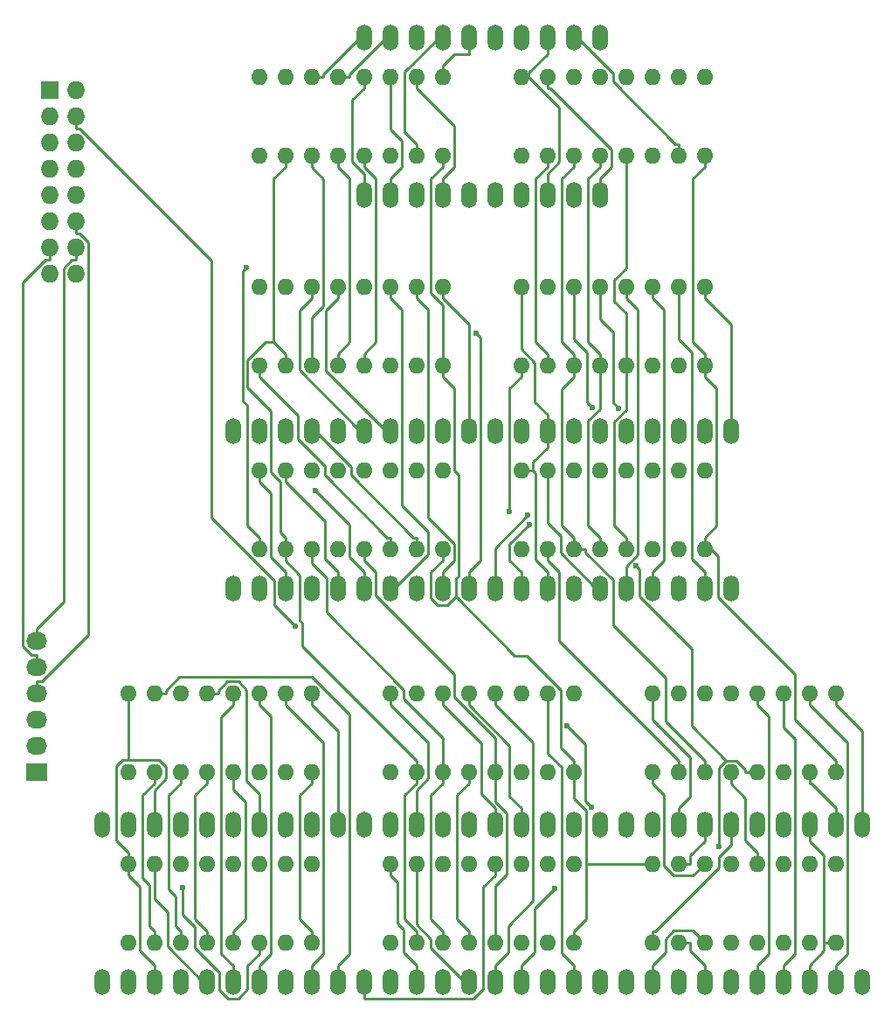
<source format=gbr>
G04 #@! TF.FileFunction,Copper,L2,Bot,Signal*
%FSLAX46Y46*%
G04 Gerber Fmt 4.6, Leading zero omitted, Abs format (unit mm)*
G04 Created by KiCad (PCBNEW 4.0.4-stable) date Mon May  7 18:28:06 2018*
%MOMM*%
%LPD*%
G01*
G04 APERTURE LIST*
%ADD10C,0.100000*%
%ADD11O,1.524000X2.524000*%
%ADD12R,2.032000X1.727200*%
%ADD13O,2.032000X1.727200*%
%ADD14O,1.600000X1.600000*%
%ADD15R,1.727200X1.727200*%
%ADD16O,1.727200X1.727200*%
%ADD17C,0.600000*%
%ADD18C,0.250000*%
G04 APERTURE END LIST*
D10*
D11*
X83820000Y-35560000D03*
X86360000Y-35560000D03*
X88900000Y-35560000D03*
X91440000Y-35560000D03*
X93980000Y-35560000D03*
X93980000Y-20320000D03*
X91440000Y-20320000D03*
X88900000Y-20320000D03*
X86360000Y-20320000D03*
X83820000Y-20320000D03*
X96520000Y-35560000D03*
X99060000Y-35560000D03*
X101600000Y-35560000D03*
X104140000Y-35560000D03*
X106680000Y-35560000D03*
X106680000Y-20320000D03*
X104140000Y-20320000D03*
X101600000Y-20320000D03*
X99060000Y-20320000D03*
X96520000Y-20320000D03*
X71120000Y-73660000D03*
X73660000Y-73660000D03*
X76200000Y-73660000D03*
X78740000Y-73660000D03*
X81280000Y-73660000D03*
X81280000Y-58420000D03*
X78740000Y-58420000D03*
X76200000Y-58420000D03*
X73660000Y-58420000D03*
X71120000Y-58420000D03*
X83820000Y-73660000D03*
X86360000Y-73660000D03*
X88900000Y-73660000D03*
X91440000Y-73660000D03*
X93980000Y-73660000D03*
X93980000Y-58420000D03*
X91440000Y-58420000D03*
X88900000Y-58420000D03*
X86360000Y-58420000D03*
X83820000Y-58420000D03*
X96520000Y-73660000D03*
X99060000Y-73660000D03*
X101600000Y-73660000D03*
X104140000Y-73660000D03*
X106680000Y-73660000D03*
X106680000Y-58420000D03*
X104140000Y-58420000D03*
X101600000Y-58420000D03*
X99060000Y-58420000D03*
X96520000Y-58420000D03*
X109220000Y-73660000D03*
X111760000Y-73660000D03*
X114300000Y-73660000D03*
X116840000Y-73660000D03*
X119380000Y-73660000D03*
X119380000Y-58420000D03*
X116840000Y-58420000D03*
X114300000Y-58420000D03*
X111760000Y-58420000D03*
X109220000Y-58420000D03*
X58420000Y-111760000D03*
X60960000Y-111760000D03*
X63500000Y-111760000D03*
X66040000Y-111760000D03*
X68580000Y-111760000D03*
X68580000Y-96520000D03*
X66040000Y-96520000D03*
X63500000Y-96520000D03*
X60960000Y-96520000D03*
X58420000Y-96520000D03*
X71120000Y-111760000D03*
X73660000Y-111760000D03*
X76200000Y-111760000D03*
X78740000Y-111760000D03*
X81280000Y-111760000D03*
X81280000Y-96520000D03*
X78740000Y-96520000D03*
X76200000Y-96520000D03*
X73660000Y-96520000D03*
X71120000Y-96520000D03*
X83820000Y-111760000D03*
X86360000Y-111760000D03*
X88900000Y-111760000D03*
X91440000Y-111760000D03*
X93980000Y-111760000D03*
X93980000Y-96520000D03*
X91440000Y-96520000D03*
X88900000Y-96520000D03*
X86360000Y-96520000D03*
X83820000Y-96520000D03*
X96520000Y-111760000D03*
X99060000Y-111760000D03*
X101600000Y-111760000D03*
X104140000Y-111760000D03*
X106680000Y-111760000D03*
X106680000Y-96520000D03*
X104140000Y-96520000D03*
X101600000Y-96520000D03*
X99060000Y-96520000D03*
X96520000Y-96520000D03*
X109220000Y-111760000D03*
X111760000Y-111760000D03*
X114300000Y-111760000D03*
X116840000Y-111760000D03*
X119380000Y-111760000D03*
X119380000Y-96520000D03*
X116840000Y-96520000D03*
X114300000Y-96520000D03*
X111760000Y-96520000D03*
X109220000Y-96520000D03*
X121920000Y-111760000D03*
X124460000Y-111760000D03*
X127000000Y-111760000D03*
X129540000Y-111760000D03*
X132080000Y-111760000D03*
X132080000Y-96520000D03*
X129540000Y-96520000D03*
X127000000Y-96520000D03*
X124460000Y-96520000D03*
X121920000Y-96520000D03*
D12*
X52070000Y-91440000D03*
D13*
X52070000Y-88900000D03*
X52070000Y-86360000D03*
X52070000Y-83820000D03*
X52070000Y-81280000D03*
X52070000Y-78740000D03*
D14*
X129540000Y-83820000D03*
X127000000Y-83820000D03*
X124460000Y-83820000D03*
X121920000Y-83820000D03*
X119380000Y-83820000D03*
X116840000Y-83820000D03*
X114300000Y-83820000D03*
X111760000Y-83820000D03*
X111760000Y-91440000D03*
X114300000Y-91440000D03*
X116840000Y-91440000D03*
X119380000Y-91440000D03*
X121920000Y-91440000D03*
X124460000Y-91440000D03*
X127000000Y-91440000D03*
X129540000Y-91440000D03*
X111760000Y-107950000D03*
X114300000Y-107950000D03*
X116840000Y-107950000D03*
X119380000Y-107950000D03*
X121920000Y-107950000D03*
X124460000Y-107950000D03*
X127000000Y-107950000D03*
X129540000Y-107950000D03*
X129540000Y-100330000D03*
X127000000Y-100330000D03*
X124460000Y-100330000D03*
X121920000Y-100330000D03*
X119380000Y-100330000D03*
X116840000Y-100330000D03*
X114300000Y-100330000D03*
X111760000Y-100330000D03*
X104140000Y-83820000D03*
X101600000Y-83820000D03*
X99060000Y-83820000D03*
X96520000Y-83820000D03*
X93980000Y-83820000D03*
X91440000Y-83820000D03*
X88900000Y-83820000D03*
X86360000Y-83820000D03*
X86360000Y-91440000D03*
X88900000Y-91440000D03*
X91440000Y-91440000D03*
X93980000Y-91440000D03*
X96520000Y-91440000D03*
X99060000Y-91440000D03*
X101600000Y-91440000D03*
X104140000Y-91440000D03*
X104140000Y-100330000D03*
X101600000Y-100330000D03*
X99060000Y-100330000D03*
X96520000Y-100330000D03*
X93980000Y-100330000D03*
X91440000Y-100330000D03*
X88900000Y-100330000D03*
X86360000Y-100330000D03*
X86360000Y-107950000D03*
X88900000Y-107950000D03*
X91440000Y-107950000D03*
X93980000Y-107950000D03*
X96520000Y-107950000D03*
X99060000Y-107950000D03*
X101600000Y-107950000D03*
X104140000Y-107950000D03*
X78740000Y-83820000D03*
X76200000Y-83820000D03*
X73660000Y-83820000D03*
X71120000Y-83820000D03*
X68580000Y-83820000D03*
X66040000Y-83820000D03*
X63500000Y-83820000D03*
X60960000Y-83820000D03*
X60960000Y-91440000D03*
X63500000Y-91440000D03*
X66040000Y-91440000D03*
X68580000Y-91440000D03*
X71120000Y-91440000D03*
X73660000Y-91440000D03*
X76200000Y-91440000D03*
X78740000Y-91440000D03*
X78740000Y-100330000D03*
X76200000Y-100330000D03*
X73660000Y-100330000D03*
X71120000Y-100330000D03*
X68580000Y-100330000D03*
X66040000Y-100330000D03*
X63500000Y-100330000D03*
X60960000Y-100330000D03*
X60960000Y-107950000D03*
X63500000Y-107950000D03*
X66040000Y-107950000D03*
X68580000Y-107950000D03*
X71120000Y-107950000D03*
X73660000Y-107950000D03*
X76200000Y-107950000D03*
X78740000Y-107950000D03*
X116840000Y-44450000D03*
X114300000Y-44450000D03*
X111760000Y-44450000D03*
X109220000Y-44450000D03*
X106680000Y-44450000D03*
X104140000Y-44450000D03*
X101600000Y-44450000D03*
X99060000Y-44450000D03*
X99060000Y-52070000D03*
X101600000Y-52070000D03*
X104140000Y-52070000D03*
X106680000Y-52070000D03*
X109220000Y-52070000D03*
X111760000Y-52070000D03*
X114300000Y-52070000D03*
X116840000Y-52070000D03*
X116840000Y-62230000D03*
X114300000Y-62230000D03*
X111760000Y-62230000D03*
X109220000Y-62230000D03*
X106680000Y-62230000D03*
X104140000Y-62230000D03*
X101600000Y-62230000D03*
X99060000Y-62230000D03*
X99060000Y-69850000D03*
X101600000Y-69850000D03*
X104140000Y-69850000D03*
X106680000Y-69850000D03*
X109220000Y-69850000D03*
X111760000Y-69850000D03*
X114300000Y-69850000D03*
X116840000Y-69850000D03*
X91440000Y-44450000D03*
X88900000Y-44450000D03*
X86360000Y-44450000D03*
X83820000Y-44450000D03*
X81280000Y-44450000D03*
X78740000Y-44450000D03*
X76200000Y-44450000D03*
X73660000Y-44450000D03*
X73660000Y-52070000D03*
X76200000Y-52070000D03*
X78740000Y-52070000D03*
X81280000Y-52070000D03*
X83820000Y-52070000D03*
X86360000Y-52070000D03*
X88900000Y-52070000D03*
X91440000Y-52070000D03*
X91440000Y-62230000D03*
X88900000Y-62230000D03*
X86360000Y-62230000D03*
X83820000Y-62230000D03*
X81280000Y-62230000D03*
X78740000Y-62230000D03*
X76200000Y-62230000D03*
X73660000Y-62230000D03*
X73660000Y-69850000D03*
X76200000Y-69850000D03*
X78740000Y-69850000D03*
X81280000Y-69850000D03*
X83820000Y-69850000D03*
X86360000Y-69850000D03*
X88900000Y-69850000D03*
X91440000Y-69850000D03*
X116840000Y-24130000D03*
X114300000Y-24130000D03*
X111760000Y-24130000D03*
X109220000Y-24130000D03*
X106680000Y-24130000D03*
X104140000Y-24130000D03*
X101600000Y-24130000D03*
X99060000Y-24130000D03*
X99060000Y-31750000D03*
X101600000Y-31750000D03*
X104140000Y-31750000D03*
X106680000Y-31750000D03*
X109220000Y-31750000D03*
X111760000Y-31750000D03*
X114300000Y-31750000D03*
X116840000Y-31750000D03*
X91440000Y-24130000D03*
X88900000Y-24130000D03*
X86360000Y-24130000D03*
X83820000Y-24130000D03*
X81280000Y-24130000D03*
X78740000Y-24130000D03*
X76200000Y-24130000D03*
X73660000Y-24130000D03*
X73660000Y-31750000D03*
X76200000Y-31750000D03*
X78740000Y-31750000D03*
X81280000Y-31750000D03*
X83820000Y-31750000D03*
X86360000Y-31750000D03*
X88900000Y-31750000D03*
X91440000Y-31750000D03*
D15*
X53340000Y-25400000D03*
D16*
X55880000Y-25400000D03*
X53340000Y-27940000D03*
X55880000Y-27940000D03*
X53340000Y-30480000D03*
X55880000Y-30480000D03*
X53340000Y-33020000D03*
X55880000Y-33020000D03*
X53340000Y-35560000D03*
X55880000Y-35560000D03*
X53340000Y-38100000D03*
X55880000Y-38100000D03*
X53340000Y-40640000D03*
X55880000Y-40640000D03*
X53340000Y-43180000D03*
X55880000Y-43180000D03*
D17*
X103526000Y-86997600D03*
X105838600Y-94829900D03*
X102323400Y-102700300D03*
X77191100Y-77354900D03*
X118214400Y-98624800D03*
X110162200Y-71481400D03*
X66265100Y-102659100D03*
X97934700Y-66182900D03*
X72400800Y-42584200D03*
X79107300Y-64168100D03*
X94678300Y-48974000D03*
X99709900Y-66581200D03*
X99810700Y-67494900D03*
X108521000Y-56193300D03*
X105962200Y-56155100D03*
D18*
X83820000Y-33512200D02*
X83820000Y-35560000D01*
X82686800Y-32379000D02*
X83820000Y-33512200D01*
X82686800Y-26388500D02*
X82686800Y-32379000D01*
X83820000Y-25255300D02*
X82686800Y-26388500D01*
X83820000Y-24130000D02*
X83820000Y-25255300D01*
X87490400Y-32842300D02*
X86360000Y-33972700D01*
X87490400Y-30345100D02*
X87490400Y-32842300D01*
X86360000Y-29214700D02*
X87490400Y-30345100D01*
X86360000Y-24130000D02*
X86360000Y-29214700D01*
X86360000Y-35560000D02*
X86360000Y-33972700D01*
X60960000Y-100330000D02*
X60960000Y-99204700D01*
X128414700Y-108758000D02*
X127000000Y-110172700D01*
X128414700Y-107950000D02*
X128414700Y-108758000D01*
X127000000Y-111760000D02*
X127000000Y-110172700D01*
X129540000Y-107950000D02*
X128414700Y-107950000D01*
X128414700Y-99522000D02*
X128414700Y-107950000D01*
X127000000Y-98107300D02*
X128414700Y-99522000D01*
X127000000Y-96520000D02*
X127000000Y-98107300D01*
X62085300Y-102580600D02*
X60960000Y-101455300D01*
X62085300Y-108758000D02*
X62085300Y-102580600D01*
X63500000Y-110172700D02*
X62085300Y-108758000D01*
X63500000Y-111760000D02*
X63500000Y-110172700D01*
X60960000Y-100330000D02*
X60960000Y-101455300D01*
X100185300Y-61422000D02*
X100185300Y-62230000D01*
X101600000Y-60007300D02*
X100185300Y-61422000D01*
X101600000Y-58420000D02*
X101600000Y-60007300D01*
X99060000Y-62230000D02*
X100185300Y-62230000D01*
X101600000Y-73660000D02*
X101600000Y-72072700D01*
X99060000Y-24130000D02*
X99608200Y-24130000D01*
X60960000Y-83820000D02*
X60960000Y-84832700D01*
X63500000Y-93202200D02*
X63500000Y-96520000D01*
X64633200Y-92069000D02*
X63500000Y-93202200D01*
X64633200Y-90979300D02*
X64633200Y-92069000D01*
X63929600Y-90275700D02*
X64633200Y-90979300D01*
X60960000Y-90275700D02*
X63929600Y-90275700D01*
X60397300Y-90275700D02*
X60960000Y-90275700D01*
X59834700Y-90838300D02*
X60397300Y-90275700D01*
X59834700Y-98079400D02*
X59834700Y-90838300D01*
X60960000Y-99204700D02*
X59834700Y-98079400D01*
X60960000Y-90275700D02*
X60960000Y-84832700D01*
X87630000Y-108902700D02*
X88900000Y-110172700D01*
X87630000Y-106684700D02*
X87630000Y-108902700D01*
X87026000Y-106080700D02*
X87630000Y-106684700D01*
X87026000Y-102121300D02*
X87026000Y-106080700D01*
X86360000Y-101455300D02*
X87026000Y-102121300D01*
X86360000Y-100330000D02*
X86360000Y-101455300D01*
X88900000Y-111760000D02*
X88900000Y-110172700D01*
X101600000Y-20320000D02*
X101600000Y-21907300D01*
X99608200Y-24130000D02*
X99787900Y-24130000D01*
X102733200Y-27075300D02*
X99787900Y-24130000D01*
X102733200Y-32379000D02*
X102733200Y-27075300D01*
X101600000Y-33512200D02*
X102733200Y-32379000D01*
X101600000Y-35560000D02*
X101600000Y-33512200D01*
X99787900Y-23719400D02*
X101600000Y-21907300D01*
X99787900Y-24130000D02*
X99787900Y-23719400D01*
X100381400Y-55614100D02*
X101600000Y-56832700D01*
X100381400Y-51799900D02*
X100381400Y-55614100D01*
X99060000Y-50478500D02*
X100381400Y-51799900D01*
X99060000Y-44450000D02*
X99060000Y-50478500D01*
X101600000Y-58420000D02*
X101600000Y-56832700D01*
X88900000Y-93202200D02*
X88900000Y-96520000D01*
X90033200Y-92069000D02*
X88900000Y-93202200D01*
X90033200Y-88618500D02*
X90033200Y-92069000D01*
X86360000Y-84945300D02*
X90033200Y-88618500D01*
X86360000Y-83820000D02*
X86360000Y-84945300D01*
X100436000Y-70908700D02*
X101600000Y-72072700D01*
X100436000Y-62480700D02*
X100436000Y-70908700D01*
X100185300Y-62230000D02*
X100436000Y-62480700D01*
X115430400Y-93802300D02*
X114300000Y-94932700D01*
X115430400Y-90035100D02*
X115430400Y-93802300D01*
X111760000Y-86364700D02*
X115430400Y-90035100D01*
X111760000Y-83820000D02*
X111760000Y-86364700D01*
X114300000Y-96520000D02*
X114300000Y-94932700D01*
X74785300Y-64480600D02*
X73660000Y-63355300D01*
X74785300Y-70658000D02*
X74785300Y-64480600D01*
X76200000Y-72072700D02*
X74785300Y-70658000D01*
X76200000Y-73660000D02*
X76200000Y-72072700D01*
X73660000Y-62230000D02*
X73660000Y-63355300D01*
X92565300Y-32847400D02*
X91440000Y-33972700D01*
X92565300Y-28920600D02*
X92565300Y-32847400D01*
X88900000Y-25255300D02*
X92565300Y-28920600D01*
X88900000Y-24130000D02*
X88900000Y-25255300D01*
X91440000Y-35560000D02*
X91440000Y-33972700D01*
X92537400Y-21907300D02*
X93980000Y-21907300D01*
X91440000Y-23004700D02*
X92537400Y-21907300D01*
X91440000Y-24130000D02*
X91440000Y-23004700D01*
X93980000Y-20320000D02*
X93980000Y-21907300D01*
X91085000Y-20320000D02*
X91440000Y-20320000D01*
X87769100Y-23635900D02*
X91085000Y-20320000D01*
X87769100Y-29493800D02*
X87769100Y-23635900D01*
X88900000Y-30624700D02*
X87769100Y-29493800D01*
X88900000Y-31750000D02*
X88900000Y-30624700D01*
X85933900Y-20320000D02*
X86360000Y-20320000D01*
X82405300Y-23848600D02*
X85933900Y-20320000D01*
X82405300Y-24130000D02*
X82405300Y-23848600D01*
X81280000Y-24130000D02*
X82405300Y-24130000D01*
X83394000Y-20320000D02*
X83820000Y-20320000D01*
X79865300Y-23848700D02*
X83394000Y-20320000D01*
X79865300Y-24130000D02*
X79865300Y-23848700D01*
X78740000Y-24130000D02*
X79865300Y-24130000D01*
X94460400Y-113347300D02*
X83820000Y-113347300D01*
X95394700Y-112413000D02*
X94460400Y-113347300D01*
X95394700Y-102580600D02*
X95394700Y-112413000D01*
X96520000Y-101455300D02*
X95394700Y-102580600D01*
X96520000Y-100330000D02*
X96520000Y-101455300D01*
X83820000Y-111760000D02*
X83820000Y-113347300D01*
X88900000Y-106187800D02*
X88900000Y-100330000D01*
X90314600Y-107602400D02*
X88900000Y-106187800D01*
X90314600Y-108475000D02*
X90314600Y-107602400D01*
X93599600Y-111760000D02*
X90314600Y-108475000D01*
X93980000Y-111760000D02*
X93599600Y-111760000D01*
X96520000Y-83820000D02*
X96520000Y-84945300D01*
X96520000Y-111760000D02*
X96520000Y-110172700D01*
X97790000Y-108902700D02*
X96520000Y-110172700D01*
X97790000Y-106338800D02*
X97790000Y-108902700D01*
X100191900Y-103936900D02*
X97790000Y-106338800D01*
X100191900Y-88617200D02*
X100191900Y-103936900D01*
X96520000Y-84945300D02*
X100191900Y-88617200D01*
X105265400Y-94256700D02*
X105838600Y-94829900D01*
X105265400Y-88737000D02*
X105265400Y-94256700D01*
X103526000Y-86997600D02*
X105265400Y-88737000D01*
X99060000Y-111760000D02*
X99060000Y-110172700D01*
X100330000Y-104693700D02*
X102323400Y-102700300D01*
X100330000Y-108902700D02*
X100330000Y-104693700D01*
X99060000Y-110172700D02*
X100330000Y-108902700D01*
X104140000Y-111760000D02*
X104140000Y-110172700D01*
X101600000Y-89639800D02*
X101600000Y-83820000D01*
X102948700Y-90988500D02*
X101600000Y-89639800D01*
X102948700Y-108981400D02*
X102948700Y-90988500D01*
X104140000Y-110172700D02*
X102948700Y-108981400D01*
X97918500Y-93791200D02*
X99060000Y-94932700D01*
X97918500Y-88883800D02*
X97918500Y-93791200D01*
X93980000Y-84945300D02*
X97918500Y-88883800D01*
X93980000Y-83820000D02*
X93980000Y-84945300D01*
X99060000Y-96520000D02*
X99060000Y-94932700D01*
X91440000Y-83820000D02*
X91440000Y-84945300D01*
X96520000Y-96520000D02*
X96520000Y-94932700D01*
X95158600Y-93571300D02*
X96520000Y-94932700D01*
X95158600Y-88663900D02*
X95158600Y-93571300D01*
X91440000Y-84945300D02*
X95158600Y-88663900D01*
X107808700Y-32844000D02*
X106680000Y-33972700D01*
X107808700Y-31182700D02*
X107808700Y-32844000D01*
X101881300Y-25255300D02*
X107808700Y-31182700D01*
X101600000Y-25255300D02*
X101881300Y-25255300D01*
X101600000Y-24130000D02*
X101600000Y-25255300D01*
X106680000Y-35560000D02*
X106680000Y-33972700D01*
X104495000Y-20320000D02*
X104140000Y-20320000D01*
X107950000Y-23775000D02*
X104495000Y-20320000D01*
X107950000Y-24556000D02*
X107950000Y-23775000D01*
X114018700Y-30624700D02*
X107950000Y-24556000D01*
X114300000Y-30624700D02*
X114018700Y-30624700D01*
X114300000Y-31750000D02*
X114300000Y-30624700D01*
X113030000Y-108902700D02*
X111760000Y-110172700D01*
X113030000Y-107615700D02*
X113030000Y-108902700D01*
X113838800Y-106806900D02*
X113030000Y-107615700D01*
X115696900Y-106806900D02*
X113838800Y-106806900D01*
X116840000Y-107950000D02*
X115696900Y-106806900D01*
X111760000Y-111760000D02*
X111760000Y-110172700D01*
X115425300Y-108758000D02*
X116840000Y-110172700D01*
X115425300Y-107950000D02*
X115425300Y-108758000D01*
X114300000Y-107950000D02*
X115425300Y-107950000D01*
X116840000Y-111760000D02*
X116840000Y-110172700D01*
X119380000Y-96520000D02*
X119380000Y-98107300D01*
X111760000Y-107950000D02*
X111760000Y-106824700D01*
X119380000Y-98513900D02*
X119380000Y-98107300D01*
X118200600Y-99693300D02*
X119380000Y-98513900D01*
X118200600Y-100665400D02*
X118200600Y-99693300D01*
X112041300Y-106824700D02*
X118200600Y-100665400D01*
X111760000Y-106824700D02*
X112041300Y-106824700D01*
X115425300Y-99522000D02*
X116840000Y-98107300D01*
X115425300Y-100330000D02*
X115425300Y-99522000D01*
X116840000Y-96520000D02*
X116840000Y-98107300D01*
X114300000Y-100330000D02*
X115425300Y-100330000D01*
X123045300Y-86070600D02*
X121920000Y-84945300D01*
X123045300Y-109047400D02*
X123045300Y-86070600D01*
X121920000Y-110172700D02*
X123045300Y-109047400D01*
X121920000Y-111760000D02*
X121920000Y-110172700D01*
X121920000Y-83820000D02*
X121920000Y-84945300D01*
X125590400Y-109042300D02*
X124460000Y-110172700D01*
X125590400Y-88251700D02*
X125590400Y-109042300D01*
X124460000Y-87121300D02*
X125590400Y-88251700D01*
X124460000Y-83820000D02*
X124460000Y-87121300D01*
X124460000Y-111760000D02*
X124460000Y-110172700D01*
X127000000Y-83820000D02*
X127000000Y-84945300D01*
X129540000Y-111760000D02*
X129540000Y-110172700D01*
X130665300Y-109047400D02*
X129540000Y-110172700D01*
X130665300Y-88610600D02*
X130665300Y-109047400D01*
X127000000Y-84945300D02*
X130665300Y-88610600D01*
X132080000Y-87485300D02*
X132080000Y-96520000D01*
X129540000Y-84945300D02*
X132080000Y-87485300D01*
X129540000Y-83820000D02*
X129540000Y-84945300D01*
X127172600Y-92565300D02*
X129540000Y-94932700D01*
X127000000Y-92565300D02*
X127172600Y-92565300D01*
X129540000Y-96520000D02*
X129540000Y-94932700D01*
X127000000Y-91440000D02*
X127000000Y-92565300D01*
X52590100Y-82631100D02*
X52070000Y-82631100D01*
X57074800Y-78146400D02*
X52590100Y-82631100D01*
X57074800Y-40112200D02*
X57074800Y-78146400D01*
X56251500Y-39288900D02*
X57074800Y-40112200D01*
X55880000Y-39288900D02*
X56251500Y-39288900D01*
X55880000Y-38100000D02*
X55880000Y-39288900D01*
X52070000Y-83820000D02*
X52070000Y-82631100D01*
X51549900Y-80091100D02*
X52070000Y-80091100D01*
X50719000Y-79260200D02*
X51549900Y-80091100D01*
X50719000Y-44078400D02*
X50719000Y-79260200D01*
X52968500Y-41828900D02*
X50719000Y-44078400D01*
X53340000Y-41828900D02*
X52968500Y-41828900D01*
X53340000Y-40640000D02*
X53340000Y-41828900D01*
X52070000Y-81280000D02*
X52070000Y-80091100D01*
X55880000Y-40640000D02*
X55880000Y-41828900D01*
X52070000Y-78740000D02*
X52070000Y-77551100D01*
X54691100Y-74930000D02*
X52070000Y-77551100D01*
X54691100Y-42646200D02*
X54691100Y-74930000D01*
X55508400Y-41828900D02*
X54691100Y-42646200D01*
X55880000Y-41828900D02*
X55508400Y-41828900D01*
X115714700Y-49819400D02*
X116840000Y-50944700D01*
X115714700Y-34000600D02*
X115714700Y-49819400D01*
X116840000Y-32875300D02*
X115714700Y-34000600D01*
X116840000Y-31750000D02*
X116840000Y-32875300D01*
X77614700Y-93690600D02*
X78740000Y-92565300D01*
X77614700Y-105699400D02*
X77614700Y-93690600D01*
X78740000Y-106824700D02*
X77614700Y-105699400D01*
X78740000Y-107950000D02*
X78740000Y-106824700D01*
X78740000Y-91440000D02*
X78740000Y-92565300D01*
X104140000Y-107950000D02*
X104140000Y-106824700D01*
X104140000Y-91440000D02*
X104140000Y-92565300D01*
X105317500Y-100330000D02*
X110634700Y-100330000D01*
X105317500Y-105647200D02*
X104140000Y-106824700D01*
X105317500Y-100330000D02*
X105317500Y-105647200D01*
X111760000Y-100330000D02*
X110634700Y-100330000D01*
X91440000Y-52070000D02*
X91440000Y-53195300D01*
X91440000Y-69850000D02*
X91440000Y-70975300D01*
X104140000Y-91440000D02*
X104140000Y-90314700D01*
X92710000Y-72705800D02*
X92710000Y-74452400D01*
X93027700Y-72388100D02*
X92710000Y-72705800D01*
X93027700Y-62703700D02*
X93027700Y-72388100D01*
X92565300Y-62241300D02*
X93027700Y-62703700D01*
X92565300Y-54320600D02*
X92565300Y-62241300D01*
X91440000Y-53195300D02*
X92565300Y-54320600D01*
X90314700Y-72100600D02*
X91440000Y-70975300D01*
X90314700Y-74577600D02*
X90314700Y-72100600D01*
X90990400Y-75253300D02*
X90314700Y-74577600D01*
X91909100Y-75253300D02*
X90990400Y-75253300D01*
X92710000Y-74452400D02*
X91909100Y-75253300D01*
X116840000Y-51507300D02*
X116840000Y-50944700D01*
X116840000Y-51507300D02*
X116840000Y-52070000D01*
X117965300Y-67599400D02*
X116840000Y-68724700D01*
X117965300Y-54320600D02*
X117965300Y-67599400D01*
X116840000Y-53195300D02*
X117965300Y-54320600D01*
X116840000Y-52070000D02*
X116840000Y-53195300D01*
X116840000Y-69850000D02*
X116840000Y-69287300D01*
X116840000Y-69287300D02*
X116840000Y-68724700D01*
X125585400Y-86360100D02*
X129540000Y-90314700D01*
X125585400Y-81974100D02*
X125585400Y-86360100D01*
X118110000Y-74498700D02*
X125585400Y-81974100D01*
X118110000Y-70557300D02*
X118110000Y-74498700D01*
X116840000Y-69287300D02*
X118110000Y-70557300D01*
X102900700Y-89075400D02*
X104140000Y-90314700D01*
X102900700Y-83518000D02*
X102900700Y-89075400D01*
X99560100Y-80177400D02*
X102900700Y-83518000D01*
X98435000Y-80177400D02*
X99560100Y-80177400D01*
X92710000Y-74452400D02*
X98435000Y-80177400D01*
X105317500Y-95193100D02*
X105317500Y-100330000D01*
X104140000Y-94015600D02*
X105317500Y-95193100D01*
X104140000Y-92565300D02*
X104140000Y-94015600D01*
X129540000Y-91440000D02*
X129540000Y-90314700D01*
X91440000Y-46212200D02*
X91440000Y-52070000D01*
X90306800Y-45079000D02*
X91440000Y-46212200D01*
X90306800Y-34008500D02*
X90306800Y-45079000D01*
X91440000Y-32875300D02*
X90306800Y-34008500D01*
X91440000Y-31750000D02*
X91440000Y-32875300D01*
X75083600Y-75247400D02*
X77191100Y-77354900D01*
X75083600Y-72875500D02*
X75083600Y-75247400D01*
X69052800Y-66844700D02*
X75083600Y-72875500D01*
X69052800Y-41930200D02*
X69052800Y-66844700D01*
X56251500Y-29128900D02*
X69052800Y-41930200D01*
X55880000Y-29128900D02*
X56251500Y-29128900D01*
X55880000Y-27940000D02*
X55880000Y-29128900D01*
X103014700Y-49819400D02*
X104140000Y-50944700D01*
X103014700Y-34000600D02*
X103014700Y-49819400D01*
X104140000Y-32875300D02*
X103014700Y-34000600D01*
X104140000Y-31750000D02*
X104140000Y-32875300D01*
X104140000Y-51507300D02*
X104140000Y-50944700D01*
X90314700Y-105699400D02*
X91440000Y-106824700D01*
X90314700Y-93690600D02*
X90314700Y-105699400D01*
X91440000Y-92565300D02*
X90314700Y-93690600D01*
X91440000Y-107950000D02*
X91440000Y-106824700D01*
X66040000Y-91440000D02*
X66040000Y-92565300D01*
X104140000Y-51507300D02*
X104140000Y-52070000D01*
X104140000Y-52070000D02*
X104140000Y-53195300D01*
X78740000Y-31750000D02*
X78740000Y-32875300D01*
X78740000Y-52070000D02*
X78740000Y-50944700D01*
X102982600Y-67567300D02*
X104140000Y-68724700D01*
X102982600Y-54352700D02*
X102982600Y-67567300D01*
X104140000Y-53195300D02*
X102982600Y-54352700D01*
X116840000Y-91440000D02*
X116840000Y-90314700D01*
X113030000Y-86504700D02*
X116840000Y-90314700D01*
X113030000Y-82273200D02*
X113030000Y-86504700D01*
X107950000Y-77193200D02*
X113030000Y-82273200D01*
X107950000Y-72862400D02*
X107950000Y-77193200D01*
X105265300Y-70177700D02*
X107950000Y-72862400D01*
X105265300Y-69850000D02*
X105265300Y-70177700D01*
X104140000Y-69850000D02*
X105265300Y-69850000D01*
X104140000Y-69850000D02*
X104140000Y-68724700D01*
X79889900Y-34025200D02*
X78740000Y-32875300D01*
X79889900Y-46305000D02*
X79889900Y-34025200D01*
X78740000Y-47454900D02*
X79889900Y-46305000D01*
X78740000Y-50944700D02*
X78740000Y-47454900D01*
X91440000Y-92002600D02*
X91440000Y-92565300D01*
X91440000Y-92002600D02*
X91440000Y-91440000D01*
X78740000Y-71253000D02*
X78740000Y-69850000D01*
X80169300Y-72682300D02*
X78740000Y-71253000D01*
X80169300Y-75997700D02*
X80169300Y-72682300D01*
X87630000Y-83458400D02*
X80169300Y-75997700D01*
X87630000Y-84350200D02*
X87630000Y-83458400D01*
X91440000Y-88160200D02*
X87630000Y-84350200D01*
X91440000Y-91440000D02*
X91440000Y-88160200D01*
X65589700Y-106374400D02*
X66040000Y-106824700D01*
X65589700Y-103500500D02*
X65589700Y-106374400D01*
X64914700Y-102825500D02*
X65589700Y-103500500D01*
X64914700Y-93690600D02*
X64914700Y-102825500D01*
X66040000Y-92565300D02*
X64914700Y-93690600D01*
X66040000Y-107950000D02*
X66040000Y-106824700D01*
X67454700Y-105699400D02*
X68580000Y-106824700D01*
X67454700Y-93690600D02*
X67454700Y-105699400D01*
X68580000Y-92565300D02*
X67454700Y-93690600D01*
X68580000Y-91440000D02*
X68580000Y-92565300D01*
X68580000Y-107950000D02*
X68580000Y-106824700D01*
X92854700Y-93690600D02*
X93980000Y-92565300D01*
X92854700Y-105699400D02*
X92854700Y-93690600D01*
X93980000Y-106824700D02*
X92854700Y-105699400D01*
X93980000Y-107950000D02*
X93980000Y-106824700D01*
X93980000Y-92002600D02*
X93980000Y-92565300D01*
X93980000Y-92002600D02*
X93980000Y-91440000D01*
X120794700Y-98079400D02*
X121920000Y-99204700D01*
X120794700Y-93980000D02*
X120794700Y-98079400D01*
X119380000Y-92565300D02*
X120794700Y-93980000D01*
X119380000Y-91440000D02*
X119380000Y-92565300D01*
X121920000Y-100330000D02*
X121920000Y-99204700D01*
X106680000Y-52070000D02*
X106680000Y-53195300D01*
X106680000Y-69850000D02*
X106680000Y-68724700D01*
X105554700Y-49819400D02*
X106680000Y-50944700D01*
X105554700Y-34000600D02*
X105554700Y-49819400D01*
X106680000Y-32875300D02*
X105554700Y-34000600D01*
X106680000Y-31750000D02*
X106680000Y-32875300D01*
X106680000Y-52070000D02*
X106680000Y-50944700D01*
X82405300Y-49819400D02*
X81280000Y-50944700D01*
X82405300Y-34000600D02*
X82405300Y-49819400D01*
X81280000Y-32875300D02*
X82405300Y-34000600D01*
X81280000Y-31750000D02*
X81280000Y-32875300D01*
X81280000Y-52070000D02*
X81280000Y-50944700D01*
X106680000Y-56321700D02*
X106680000Y-53195300D01*
X105554700Y-57447000D02*
X106680000Y-56321700D01*
X105554700Y-67599400D02*
X105554700Y-57447000D01*
X106680000Y-68724700D02*
X105554700Y-67599400D01*
X84945300Y-34000600D02*
X83820000Y-32875300D01*
X84945300Y-49819400D02*
X84945300Y-34000600D01*
X83820000Y-50944700D02*
X84945300Y-49819400D01*
X83820000Y-52070000D02*
X83820000Y-50944700D01*
X83820000Y-31750000D02*
X83820000Y-32875300D01*
X109220000Y-52070000D02*
X109220000Y-53195300D01*
X109220000Y-69850000D02*
X109220000Y-68724700D01*
X109220000Y-52070000D02*
X109220000Y-50944700D01*
X96520000Y-102449200D02*
X96520000Y-107950000D01*
X97649100Y-101320100D02*
X96520000Y-102449200D01*
X97649100Y-95424900D02*
X97649100Y-101320100D01*
X96520000Y-94295800D02*
X97649100Y-95424900D01*
X96520000Y-91440000D02*
X96520000Y-94295800D01*
X96520000Y-88122200D02*
X96520000Y-91440000D01*
X92565400Y-84167600D02*
X96520000Y-88122200D01*
X92565400Y-81952100D02*
X92565400Y-84167600D01*
X84945300Y-74332000D02*
X92565400Y-81952100D01*
X84945300Y-72100600D02*
X84945300Y-74332000D01*
X83820000Y-70975300D02*
X84945300Y-72100600D01*
X83820000Y-69850000D02*
X83820000Y-70975300D01*
X109220000Y-42649800D02*
X109220000Y-31750000D01*
X108094700Y-43775100D02*
X109220000Y-42649800D01*
X108094700Y-45921700D02*
X108094700Y-43775100D01*
X109220000Y-47047000D02*
X108094700Y-45921700D01*
X109220000Y-50944700D02*
X109220000Y-47047000D01*
X121920000Y-91440000D02*
X120794700Y-91440000D01*
X109220000Y-56378700D02*
X109220000Y-53195300D01*
X108094700Y-57504000D02*
X109220000Y-56378700D01*
X108094700Y-67599400D02*
X108094700Y-57504000D01*
X109220000Y-68724700D02*
X108094700Y-67599400D01*
X115570000Y-86986100D02*
X118898600Y-90314700D01*
X115570000Y-79519100D02*
X115570000Y-86986100D01*
X110490000Y-74439100D02*
X115570000Y-79519100D01*
X110490000Y-71809200D02*
X110490000Y-74439100D01*
X110162200Y-71481400D02*
X110490000Y-71809200D01*
X119950800Y-90314700D02*
X118898600Y-90314700D01*
X120794700Y-91158600D02*
X119950800Y-90314700D01*
X120794700Y-91440000D02*
X120794700Y-91158600D01*
X118214400Y-90998900D02*
X118214400Y-98624800D01*
X118898600Y-90314700D02*
X118214400Y-90998900D01*
X71120000Y-93135900D02*
X71120000Y-91440000D01*
X72298400Y-94314300D02*
X71120000Y-93135900D01*
X72298400Y-105646300D02*
X72298400Y-94314300D01*
X71120000Y-106824700D02*
X72298400Y-105646300D01*
X71120000Y-107950000D02*
X71120000Y-106824700D01*
X101600000Y-31750000D02*
X101600000Y-32875300D01*
X101600000Y-52070000D02*
X101600000Y-50944700D01*
X87774700Y-93690600D02*
X88900000Y-92565300D01*
X87774700Y-105699400D02*
X87774700Y-93690600D01*
X88900000Y-106824700D02*
X87774700Y-105699400D01*
X88900000Y-107950000D02*
X88900000Y-106824700D01*
X88900000Y-92002600D02*
X88900000Y-92565300D01*
X88900000Y-92002600D02*
X88900000Y-91440000D01*
X88900000Y-91440000D02*
X88900000Y-90314700D01*
X76200000Y-69850000D02*
X76200000Y-70975300D01*
X62374700Y-93690600D02*
X63500000Y-92565300D01*
X62374700Y-101740000D02*
X62374700Y-93690600D01*
X63049600Y-102414900D02*
X62374700Y-101740000D01*
X63049600Y-106374300D02*
X63049600Y-102414900D01*
X63500000Y-106824700D02*
X63049600Y-106374300D01*
X63500000Y-107950000D02*
X63500000Y-106824700D01*
X63500000Y-91440000D02*
X63500000Y-92565300D01*
X100474700Y-34000600D02*
X101600000Y-32875300D01*
X100474700Y-49819400D02*
X100474700Y-34000600D01*
X101600000Y-50944700D02*
X100474700Y-49819400D01*
X76200000Y-31750000D02*
X76200000Y-32875300D01*
X76200000Y-52070000D02*
X76200000Y-50944700D01*
X76200000Y-69850000D02*
X76200000Y-68724700D01*
X75722600Y-68247300D02*
X76200000Y-68724700D01*
X75722600Y-63344200D02*
X75722600Y-68247300D01*
X74785400Y-62407000D02*
X75722600Y-63344200D01*
X74785400Y-56502800D02*
X74785400Y-62407000D01*
X72517000Y-54234400D02*
X74785400Y-56502800D01*
X72517000Y-51577700D02*
X72517000Y-54234400D01*
X74275300Y-49819400D02*
X72517000Y-51577700D01*
X75074700Y-49819400D02*
X74275300Y-49819400D01*
X75074700Y-34000600D02*
X75074700Y-49819400D01*
X76200000Y-32875300D02*
X75074700Y-34000600D01*
X75074700Y-49819400D02*
X76200000Y-50944700D01*
X77600600Y-72375900D02*
X76200000Y-70975300D01*
X77600600Y-76784000D02*
X77600600Y-72375900D01*
X77816400Y-76999800D02*
X77600600Y-76784000D01*
X77816400Y-79231100D02*
X77816400Y-76999800D01*
X88900000Y-90314700D02*
X77816400Y-79231100D01*
X102725300Y-78740000D02*
X114300000Y-90314700D01*
X102725300Y-72100600D02*
X102725300Y-78740000D01*
X101600000Y-70975300D02*
X102725300Y-72100600D01*
X101600000Y-69850000D02*
X101600000Y-70975300D01*
X114300000Y-91440000D02*
X114300000Y-90314700D01*
X112885300Y-93690600D02*
X111760000Y-92565300D01*
X112885300Y-100543400D02*
X112885300Y-93690600D01*
X113819900Y-101478000D02*
X112885300Y-100543400D01*
X115692000Y-101478000D02*
X113819900Y-101478000D01*
X116840000Y-100330000D02*
X115692000Y-101478000D01*
X111760000Y-91440000D02*
X111760000Y-92565300D01*
X73660000Y-107950000D02*
X73660000Y-109075300D01*
X66265100Y-105237000D02*
X66265100Y-102659100D01*
X67434700Y-106406600D02*
X66265100Y-105237000D01*
X67434700Y-108503800D02*
X67434700Y-106406600D01*
X69747600Y-110816700D02*
X67434700Y-108503800D01*
X69747600Y-112496300D02*
X69747600Y-110816700D01*
X70604100Y-113352800D02*
X69747600Y-112496300D01*
X71632700Y-113352800D02*
X70604100Y-113352800D01*
X72534700Y-112450800D02*
X71632700Y-113352800D01*
X72534700Y-110200600D02*
X72534700Y-112450800D01*
X73660000Y-109075300D02*
X72534700Y-110200600D01*
X99060000Y-52070000D02*
X99060000Y-53195300D01*
X97934700Y-54320600D02*
X97934700Y-66182900D01*
X99060000Y-53195300D02*
X97934700Y-54320600D01*
X77374600Y-56909900D02*
X73660000Y-53195300D01*
X77374600Y-59223200D02*
X77374600Y-56909900D01*
X80010000Y-61858600D02*
X77374600Y-59223200D01*
X80010000Y-62656000D02*
X80010000Y-61858600D01*
X86078700Y-68724700D02*
X80010000Y-62656000D01*
X86360000Y-68724700D02*
X86078700Y-68724700D01*
X86360000Y-69850000D02*
X86360000Y-68724700D01*
X73660000Y-52070000D02*
X73660000Y-53195300D01*
X73660000Y-69850000D02*
X73660000Y-68724700D01*
X72051100Y-42933900D02*
X72400800Y-42584200D01*
X72051100Y-55488800D02*
X72051100Y-42933900D01*
X72534700Y-55972400D02*
X72051100Y-55488800D01*
X72534700Y-67599400D02*
X72534700Y-55972400D01*
X73660000Y-68724700D02*
X72534700Y-67599400D01*
X68202400Y-111760000D02*
X68580000Y-111760000D01*
X64770000Y-108327600D02*
X68202400Y-111760000D01*
X64770000Y-105030900D02*
X64770000Y-108327600D01*
X63500000Y-103760900D02*
X64770000Y-105030900D01*
X63500000Y-100330000D02*
X63500000Y-103760900D01*
X71120000Y-83820000D02*
X71120000Y-84945300D01*
X69972700Y-109025400D02*
X71120000Y-110172700D01*
X69972700Y-86092600D02*
X69972700Y-109025400D01*
X71120000Y-84945300D02*
X69972700Y-86092600D01*
X71120000Y-111760000D02*
X71120000Y-110172700D01*
X74785300Y-86070600D02*
X73660000Y-84945300D01*
X74785300Y-109047400D02*
X74785300Y-86070600D01*
X73660000Y-110172700D02*
X74785300Y-109047400D01*
X73660000Y-111760000D02*
X73660000Y-110172700D01*
X73660000Y-83820000D02*
X73660000Y-84945300D01*
X79865300Y-109047400D02*
X78740000Y-110172700D01*
X79865300Y-88610600D02*
X79865300Y-109047400D01*
X76200000Y-84945300D02*
X79865300Y-88610600D01*
X78740000Y-111760000D02*
X78740000Y-110172700D01*
X76200000Y-83820000D02*
X76200000Y-84945300D01*
X82369300Y-109083400D02*
X81280000Y-110172700D01*
X82369300Y-85854000D02*
X82369300Y-109083400D01*
X78753200Y-82237900D02*
X82369300Y-85854000D01*
X65926100Y-82237900D02*
X78753200Y-82237900D01*
X64625300Y-83538700D02*
X65926100Y-82237900D01*
X64625300Y-83820000D02*
X64625300Y-83538700D01*
X63500000Y-83820000D02*
X64625300Y-83820000D01*
X81280000Y-111760000D02*
X81280000Y-110172700D01*
X78740000Y-83820000D02*
X78740000Y-84945300D01*
X81280000Y-87485300D02*
X81280000Y-96520000D01*
X78740000Y-84945300D02*
X81280000Y-87485300D01*
X73660000Y-93529700D02*
X73660000Y-96520000D01*
X72390000Y-92259700D02*
X73660000Y-93529700D01*
X72390000Y-83466300D02*
X72390000Y-92259700D01*
X71612000Y-82688300D02*
X72390000Y-83466300D01*
X70555700Y-82688300D02*
X71612000Y-82688300D01*
X69705300Y-83538700D02*
X70555700Y-82688300D01*
X69705300Y-83820000D02*
X69705300Y-83538700D01*
X68580000Y-83820000D02*
X69705300Y-83820000D01*
X76200000Y-62230000D02*
X76200000Y-63355300D01*
X81280000Y-73660000D02*
X81280000Y-72072700D01*
X80010000Y-70802700D02*
X81280000Y-72072700D01*
X80010000Y-67165300D02*
X80010000Y-70802700D01*
X76200000Y-63355300D02*
X80010000Y-67165300D01*
X79095000Y-58420000D02*
X78740000Y-58420000D01*
X82550000Y-61875000D02*
X79095000Y-58420000D01*
X82550000Y-62656000D02*
X82550000Y-61875000D01*
X88618700Y-68724700D02*
X82550000Y-62656000D01*
X88900000Y-68724700D02*
X88618700Y-68724700D01*
X88900000Y-69850000D02*
X88900000Y-68724700D01*
X82405400Y-70658100D02*
X83820000Y-72072700D01*
X82405400Y-67466200D02*
X82405400Y-70658100D01*
X79107300Y-64168100D02*
X82405400Y-67466200D01*
X83820000Y-73660000D02*
X83820000Y-72072700D01*
X86715000Y-73660000D02*
X86360000Y-73660000D01*
X90031100Y-70343900D02*
X86715000Y-73660000D01*
X90031100Y-68212600D02*
X90031100Y-70343900D01*
X87485300Y-65666800D02*
X90031100Y-68212600D01*
X87485300Y-46700600D02*
X87485300Y-65666800D01*
X86360000Y-45575300D02*
X87485300Y-46700600D01*
X86360000Y-44450000D02*
X86360000Y-45575300D01*
X90025300Y-46700600D02*
X88900000Y-45575300D01*
X90025300Y-66843700D02*
X90025300Y-46700600D01*
X92567700Y-69386100D02*
X90025300Y-66843700D01*
X92567700Y-70945000D02*
X92567700Y-69386100D01*
X91440000Y-72072700D02*
X92567700Y-70945000D01*
X91440000Y-73660000D02*
X91440000Y-72072700D01*
X88900000Y-44450000D02*
X88900000Y-45575300D01*
X95090700Y-70962000D02*
X93980000Y-72072700D01*
X95090700Y-49386400D02*
X95090700Y-70962000D01*
X94678300Y-48974000D02*
X95090700Y-49386400D01*
X93980000Y-73660000D02*
X93980000Y-72072700D01*
X93980000Y-48115300D02*
X93980000Y-58420000D01*
X91440000Y-45575300D02*
X93980000Y-48115300D01*
X91440000Y-44450000D02*
X91440000Y-45575300D01*
X85964400Y-58420000D02*
X86360000Y-58420000D01*
X80123600Y-52579200D02*
X85964400Y-58420000D01*
X80123600Y-46731700D02*
X80123600Y-52579200D01*
X81280000Y-45575300D02*
X80123600Y-46731700D01*
X81280000Y-44450000D02*
X81280000Y-45575300D01*
X83458300Y-58420000D02*
X83820000Y-58420000D01*
X77578500Y-52540200D02*
X83458300Y-58420000D01*
X77578500Y-46736800D02*
X77578500Y-52540200D01*
X78740000Y-45575300D02*
X77578500Y-46736800D01*
X78740000Y-44450000D02*
X78740000Y-45575300D01*
X96520000Y-69771100D02*
X96520000Y-73660000D01*
X99709900Y-66581200D02*
X96520000Y-69771100D01*
X97934700Y-70947400D02*
X99060000Y-72072700D01*
X97934700Y-69370900D02*
X97934700Y-70947400D01*
X99810700Y-67494900D02*
X97934700Y-69370900D01*
X99060000Y-73660000D02*
X99060000Y-72072700D01*
X106296800Y-73660000D02*
X106680000Y-73660000D01*
X102870000Y-70233200D02*
X106296800Y-73660000D01*
X102870000Y-68584700D02*
X102870000Y-70233200D01*
X101600000Y-67314700D02*
X102870000Y-68584700D01*
X101600000Y-62230000D02*
X101600000Y-67314700D01*
X109220000Y-44450000D02*
X109220000Y-45575300D01*
X109220000Y-73660000D02*
X109220000Y-72072700D01*
X109220000Y-71537600D02*
X109220000Y-72072700D01*
X110350400Y-70407200D02*
X109220000Y-71537600D01*
X110350400Y-46705700D02*
X110350400Y-70407200D01*
X109220000Y-45575300D02*
X110350400Y-46705700D01*
X112885300Y-70947400D02*
X111760000Y-72072700D01*
X112885300Y-46700600D02*
X112885300Y-70947400D01*
X111760000Y-45575300D02*
X112885300Y-46700600D01*
X111760000Y-44450000D02*
X111760000Y-45575300D01*
X111760000Y-73660000D02*
X111760000Y-72072700D01*
X115570000Y-70802700D02*
X116840000Y-72072700D01*
X115570000Y-50804700D02*
X115570000Y-70802700D01*
X114300000Y-49534700D02*
X115570000Y-50804700D01*
X114300000Y-44450000D02*
X114300000Y-49534700D01*
X116840000Y-73660000D02*
X116840000Y-72072700D01*
X119380000Y-48115300D02*
X119380000Y-58420000D01*
X116840000Y-45575300D02*
X119380000Y-48115300D01*
X116840000Y-44450000D02*
X116840000Y-45575300D01*
X107950000Y-55622300D02*
X108521000Y-56193300D01*
X107950000Y-48855800D02*
X107950000Y-55622300D01*
X106680000Y-47585800D02*
X107950000Y-48855800D01*
X106680000Y-44450000D02*
X106680000Y-47585800D01*
X105410000Y-55602900D02*
X105962200Y-56155100D01*
X105410000Y-50804700D02*
X105410000Y-55602900D01*
X104140000Y-49534700D02*
X105410000Y-50804700D01*
X104140000Y-44450000D02*
X104140000Y-49534700D01*
M02*

</source>
